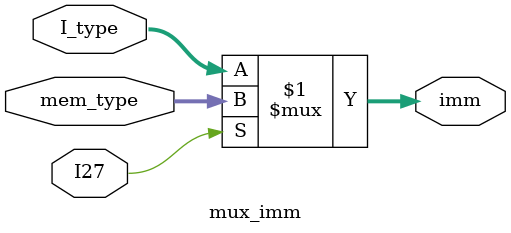
<source format=v>
`timescale 1ns / 1ps
module mux_imm(
	input [16:0] mem_type,
	input [16:0] I_type,
	input [0:0] I27,
	output [16:0] imm
    );

	assign imm = I27 ? mem_type : I_type;

endmodule

</source>
